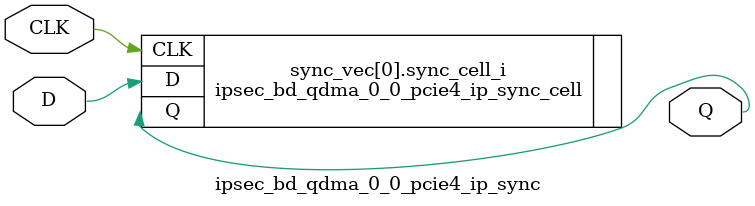
<source format=v>

`timescale 1ps / 1ps

(* DowngradeIPIdentifiedWarnings = "yes" *)
module ipsec_bd_qdma_0_0_pcie4_ip_sync #
(
    parameter integer WIDTH = 1, 
    parameter integer STAGE = 3
)
(
    //-------------------------------------------------------------------------- 
    //  Input Ports
    //-------------------------------------------------------------------------- 
    input                               CLK,
    input       [WIDTH-1:0]             D,
    
    //-------------------------------------------------------------------------- 
    //  Output Ports
    //-------------------------------------------------------------------------- 
    output      [WIDTH-1:0]             Q
);                                                        



//--------------------------------------------------------------------------------------------------
//  Generate Synchronizer - Begin
//--------------------------------------------------------------------------------------------------
genvar i;

generate for (i=0; i<WIDTH; i=i+1) 

    begin : sync_vec

    //----------------------------------------------------------------------
    //  Synchronizer
    //----------------------------------------------------------------------
    ipsec_bd_qdma_0_0_pcie4_ip_sync_cell #
    (
        .STAGE                          (STAGE)
    )    
    sync_cell_i
    (
        //------------------------------------------------------------------
        //  Input Ports
        //------------------------------------------------------------------
        .CLK                            (CLK),
        .D                              (D[i]),

        //------------------------------------------------------------------
        //  Output Ports
        //------------------------------------------------------------------
        .Q                              (Q[i])
    );
 
    end   
      
endgenerate 
//--------------------------------------------------------------------------------------------------
//  Generate - End
//--------------------------------------------------------------------------------------------------



endmodule

</source>
